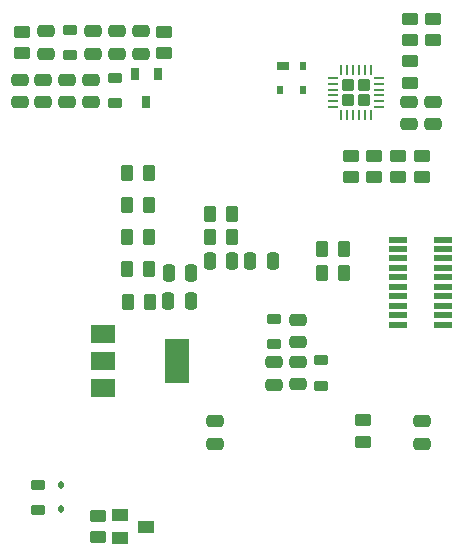
<source format=gbr>
%TF.GenerationSoftware,KiCad,Pcbnew,7.0.2*%
%TF.CreationDate,2023-09-23T11:43:56-05:00*%
%TF.ProjectId,BPS-PeripheralSOM,4250532d-5065-4726-9970-686572616c53,rev?*%
%TF.SameCoordinates,Original*%
%TF.FileFunction,Paste,Bot*%
%TF.FilePolarity,Positive*%
%FSLAX46Y46*%
G04 Gerber Fmt 4.6, Leading zero omitted, Abs format (unit mm)*
G04 Created by KiCad (PCBNEW 7.0.2) date 2023-09-23 11:43:56*
%MOMM*%
%LPD*%
G01*
G04 APERTURE LIST*
G04 Aperture macros list*
%AMRoundRect*
0 Rectangle with rounded corners*
0 $1 Rounding radius*
0 $2 $3 $4 $5 $6 $7 $8 $9 X,Y pos of 4 corners*
0 Add a 4 corners polygon primitive as box body*
4,1,4,$2,$3,$4,$5,$6,$7,$8,$9,$2,$3,0*
0 Add four circle primitives for the rounded corners*
1,1,$1+$1,$2,$3*
1,1,$1+$1,$4,$5*
1,1,$1+$1,$6,$7*
1,1,$1+$1,$8,$9*
0 Add four rect primitives between the rounded corners*
20,1,$1+$1,$2,$3,$4,$5,0*
20,1,$1+$1,$4,$5,$6,$7,0*
20,1,$1+$1,$6,$7,$8,$9,0*
20,1,$1+$1,$8,$9,$2,$3,0*%
G04 Aperture macros list end*
%ADD10R,1.500000X0.550000*%
%ADD11RoundRect,0.250000X-0.475000X0.250000X-0.475000X-0.250000X0.475000X-0.250000X0.475000X0.250000X0*%
%ADD12R,1.400000X1.000000*%
%ADD13RoundRect,0.112500X0.112500X-0.187500X0.112500X0.187500X-0.112500X0.187500X-0.112500X-0.187500X0*%
%ADD14RoundRect,0.250000X0.262500X0.450000X-0.262500X0.450000X-0.262500X-0.450000X0.262500X-0.450000X0*%
%ADD15R,2.000000X1.500000*%
%ADD16R,2.000000X3.800000*%
%ADD17RoundRect,0.250000X-0.450000X0.262500X-0.450000X-0.262500X0.450000X-0.262500X0.450000X0.262500X0*%
%ADD18RoundRect,0.250000X-0.250000X-0.475000X0.250000X-0.475000X0.250000X0.475000X-0.250000X0.475000X0*%
%ADD19RoundRect,0.218750X0.381250X-0.218750X0.381250X0.218750X-0.381250X0.218750X-0.381250X-0.218750X0*%
%ADD20RoundRect,0.250000X0.450000X-0.262500X0.450000X0.262500X-0.450000X0.262500X-0.450000X-0.262500X0*%
%ADD21RoundRect,0.250000X0.475000X-0.250000X0.475000X0.250000X-0.475000X0.250000X-0.475000X-0.250000X0*%
%ADD22R,1.000000X0.700000*%
%ADD23R,0.600000X0.700000*%
%ADD24RoundRect,0.218750X-0.381250X0.218750X-0.381250X-0.218750X0.381250X-0.218750X0.381250X0.218750X0*%
%ADD25R,0.700000X1.000000*%
%ADD26RoundRect,0.250000X-0.275000X0.275000X-0.275000X-0.275000X0.275000X-0.275000X0.275000X0.275000X0*%
%ADD27RoundRect,0.062500X-0.062500X0.350000X-0.062500X-0.350000X0.062500X-0.350000X0.062500X0.350000X0*%
%ADD28RoundRect,0.062500X-0.350000X0.062500X-0.350000X-0.062500X0.350000X-0.062500X0.350000X0.062500X0*%
%ADD29RoundRect,0.250000X-0.262500X-0.450000X0.262500X-0.450000X0.262500X0.450000X-0.262500X0.450000X0*%
%ADD30RoundRect,0.250000X0.250000X0.475000X-0.250000X0.475000X-0.250000X-0.475000X0.250000X-0.475000X0*%
G04 APERTURE END LIST*
D10*
%TO.C,J6*%
X135000000Y-61200000D03*
X138800000Y-61200000D03*
X135000000Y-62000000D03*
X138800000Y-62000000D03*
X135000000Y-62800000D03*
X138800000Y-62800000D03*
X135000000Y-63600000D03*
X138800000Y-63600000D03*
X135000000Y-64400000D03*
X138800000Y-64400000D03*
X135000000Y-65200000D03*
X138800000Y-65200000D03*
X135000000Y-66000000D03*
X138800000Y-66000000D03*
X135000000Y-66800000D03*
X138800000Y-66800000D03*
X135000000Y-67600000D03*
X138800000Y-67600000D03*
X135000000Y-68400000D03*
X138800000Y-68400000D03*
%TD*%
D11*
%TO.C,C32*%
X113200000Y-43562500D03*
X113200000Y-45462500D03*
%TD*%
D12*
%TO.C,Q1*%
X111500000Y-86450000D03*
X111500000Y-84550000D03*
X113700000Y-85500000D03*
%TD*%
D11*
%TO.C,C30*%
X109200000Y-43562500D03*
X109200000Y-45462500D03*
%TD*%
D13*
%TO.C,D3*%
X106500000Y-84050000D03*
X106500000Y-81950000D03*
%TD*%
D14*
%TO.C,R25*%
X113912500Y-58269450D03*
X112087500Y-58269450D03*
%TD*%
%TO.C,R24*%
X113912500Y-61000000D03*
X112087500Y-61000000D03*
%TD*%
D11*
%TO.C,C7*%
X124500000Y-71600000D03*
X124500000Y-73500000D03*
%TD*%
D15*
%TO.C,U3*%
X110000000Y-73800000D03*
X110000000Y-71500000D03*
D16*
X116300000Y-71500000D03*
D15*
X110000000Y-69200000D03*
%TD*%
D17*
%TO.C,R14*%
X115200000Y-43600000D03*
X115200000Y-45425000D03*
%TD*%
%TO.C,R10*%
X135000000Y-54087500D03*
X135000000Y-55912500D03*
%TD*%
D18*
%TO.C,C17*%
X115600000Y-64000000D03*
X117500000Y-64000000D03*
%TD*%
D17*
%TO.C,R12*%
X133000000Y-54087500D03*
X133000000Y-55912500D03*
%TD*%
D19*
%TO.C,L3*%
X107200000Y-45575000D03*
X107200000Y-43450000D03*
%TD*%
D14*
%TO.C,R23*%
X113912500Y-63730550D03*
X112087500Y-63730550D03*
%TD*%
D11*
%TO.C,C11*%
X119500000Y-76600000D03*
X119500000Y-78500000D03*
%TD*%
D14*
%TO.C,R2*%
X120912500Y-61000000D03*
X119087500Y-61000000D03*
%TD*%
D20*
%TO.C,R9*%
X131000000Y-55912500D03*
X131000000Y-54087500D03*
%TD*%
D14*
%TO.C,R11*%
X113912500Y-55538900D03*
X112087500Y-55538900D03*
%TD*%
D18*
%TO.C,C16*%
X115550000Y-66386100D03*
X117450000Y-66386100D03*
%TD*%
D11*
%TO.C,C10*%
X138000000Y-49550000D03*
X138000000Y-51450000D03*
%TD*%
D21*
%TO.C,C27*%
X109000000Y-49562500D03*
X109000000Y-47662500D03*
%TD*%
D14*
%TO.C,R1*%
X114000000Y-66500000D03*
X112175000Y-66500000D03*
%TD*%
D11*
%TO.C,C9*%
X135890000Y-49550000D03*
X135890000Y-51450000D03*
%TD*%
D20*
%TO.C,R6*%
X132000000Y-78325000D03*
X132000000Y-76500000D03*
%TD*%
D19*
%TO.C,FB2*%
X104500000Y-84062500D03*
X104500000Y-81937500D03*
%TD*%
D22*
%TO.C,D1*%
X125250000Y-46500000D03*
D23*
X126950000Y-46500000D03*
X126950000Y-48500000D03*
X125050000Y-48500000D03*
%TD*%
D11*
%TO.C,C31*%
X111200000Y-43562500D03*
X111200000Y-45462500D03*
%TD*%
D20*
%TO.C,R5*%
X136000000Y-47912500D03*
X136000000Y-46087500D03*
%TD*%
%TO.C,R4*%
X136000000Y-44325000D03*
X136000000Y-42500000D03*
%TD*%
%TO.C,R13*%
X137000000Y-55912500D03*
X137000000Y-54087500D03*
%TD*%
D24*
%TO.C,FB4*%
X124500000Y-67937500D03*
X124500000Y-70062500D03*
%TD*%
D25*
%TO.C,U8*%
X112750000Y-47162500D03*
X114650000Y-47162500D03*
X113700000Y-49562500D03*
%TD*%
D11*
%TO.C,C12*%
X126500000Y-71550000D03*
X126500000Y-73450000D03*
%TD*%
D21*
%TO.C,C28*%
X107000000Y-49562500D03*
X107000000Y-47662500D03*
%TD*%
D11*
%TO.C,C29*%
X105200000Y-43562500D03*
X105200000Y-45462500D03*
%TD*%
D20*
%TO.C,R7*%
X109600000Y-86412500D03*
X109600000Y-84587500D03*
%TD*%
D17*
%TO.C,R21*%
X103200000Y-43600000D03*
X103200000Y-45425000D03*
%TD*%
D18*
%TO.C,C13*%
X122500000Y-63000000D03*
X124400000Y-63000000D03*
%TD*%
D26*
%TO.C,U4*%
X132087500Y-48100000D03*
X130787500Y-48100000D03*
X132087500Y-49400000D03*
X130787500Y-49400000D03*
D27*
X130187500Y-46812500D03*
X130687500Y-46812500D03*
X131187500Y-46812500D03*
X131687500Y-46812500D03*
X132187500Y-46812500D03*
X132687500Y-46812500D03*
D28*
X133375000Y-47500000D03*
X133375000Y-48000000D03*
X133375000Y-48500000D03*
X133375000Y-49000000D03*
X133375000Y-49500000D03*
X133375000Y-50000000D03*
D27*
X132687500Y-50687500D03*
X132187500Y-50687500D03*
X131687500Y-50687500D03*
X131187500Y-50687500D03*
X130687500Y-50687500D03*
X130187500Y-50687500D03*
D28*
X129500000Y-50000000D03*
X129500000Y-49500000D03*
X129500000Y-49000000D03*
X129500000Y-48500000D03*
X129500000Y-48000000D03*
X129500000Y-47500000D03*
%TD*%
D24*
%TO.C,L4*%
X111000000Y-47500000D03*
X111000000Y-49625000D03*
%TD*%
D29*
%TO.C,R20*%
X128587500Y-62000000D03*
X130412500Y-62000000D03*
%TD*%
D21*
%TO.C,C26*%
X104960000Y-49562500D03*
X104960000Y-47662500D03*
%TD*%
D19*
%TO.C,FB1*%
X128500000Y-73562500D03*
X128500000Y-71437500D03*
%TD*%
D30*
%TO.C,C14*%
X120950000Y-63000000D03*
X119050000Y-63000000D03*
%TD*%
D20*
%TO.C,R3*%
X138000000Y-44325000D03*
X138000000Y-42500000D03*
%TD*%
D11*
%TO.C,C5*%
X137000000Y-76600000D03*
X137000000Y-78500000D03*
%TD*%
D29*
%TO.C,R15*%
X128587500Y-64000000D03*
X130412500Y-64000000D03*
%TD*%
D21*
%TO.C,C25*%
X102960000Y-49562500D03*
X102960000Y-47662500D03*
%TD*%
%TO.C,C15*%
X126500000Y-69900000D03*
X126500000Y-68000000D03*
%TD*%
D14*
%TO.C,R8*%
X120912500Y-59000000D03*
X119087500Y-59000000D03*
%TD*%
M02*

</source>
